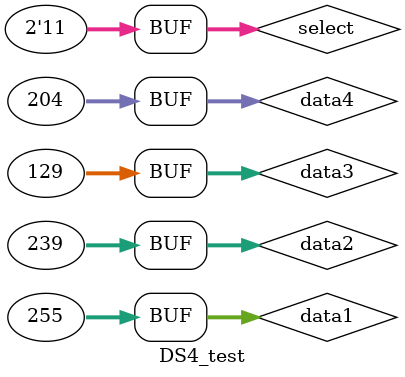
<source format=v>
`timescale 1ns / 1ps


module DS4_test;

	// Inputs
	reg [31:0] data1;
	reg [31:0] data2;
	reg [31:0] data3;
	reg [31:0] data4;
	reg [1:0] select;

	// Outputs
	wire [31:0] out;

	// Instantiate the Unit Under Test (UUT)
	DS4 uut (
		.data1(data1), 
		.data2(data2), 
		.data3(data3), 
		.data4(data4), 
		.select(select), 
		.out(out)
	);

	initial begin
		// Initialize Inputs
		data1 = 0;
		data2 = 0;
		data3 = 0;
		data4 = 0;
		select = 0;

		// Wait 100 ns for global reset to finish
		#100 data1 = 32'b00110011;data2 = 32'b11110000;data3 = 32'b00001111;data4 = 32'b01010101;select = 0;
		#100 data1 = 32'b11111111;data2 = 32'b11101111;data3 = 32'b10000001;data4 = 32'b11001100;select = 0;
		#100 select = 1;
		#100 select = 2;
      #100 select = 3;
        
		// Add stimulus here

	end
      
endmodule


</source>
